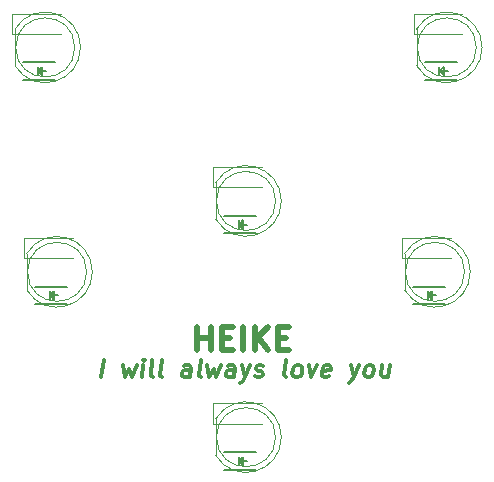
<source format=gto>
G04 #@! TF.FileFunction,Legend,Top*
%FSLAX46Y46*%
G04 Gerber Fmt 4.6, Leading zero omitted, Abs format (unit mm)*
G04 Created by KiCad (PCBNEW 4.0.7-e2-6376~58~ubuntu16.04.1) date Tue Mar 20 21:15:11 2018*
%MOMM*%
%LPD*%
G01*
G04 APERTURE LIST*
%ADD10C,0.100000*%
%ADD11C,0.500000*%
%ADD12C,0.300000*%
%ADD13C,0.150000*%
%ADD14C,0.120000*%
G04 APERTURE END LIST*
D10*
D11*
X126142857Y-121654762D02*
X126142857Y-119654762D01*
X126142857Y-120607143D02*
X127285715Y-120607143D01*
X127285715Y-121654762D02*
X127285715Y-119654762D01*
X128238095Y-120607143D02*
X128904762Y-120607143D01*
X129190476Y-121654762D02*
X128238095Y-121654762D01*
X128238095Y-119654762D01*
X129190476Y-119654762D01*
X130047619Y-121654762D02*
X130047619Y-119654762D01*
X131000000Y-121654762D02*
X131000000Y-119654762D01*
X132142858Y-121654762D02*
X131285715Y-120511905D01*
X132142858Y-119654762D02*
X131000000Y-120797619D01*
X133000000Y-120607143D02*
X133666667Y-120607143D01*
X133952381Y-121654762D02*
X133000000Y-121654762D01*
X133000000Y-119654762D01*
X133952381Y-119654762D01*
D12*
X118022322Y-123928571D02*
X118209822Y-122428571D01*
X119861608Y-122928571D02*
X120022322Y-123928571D01*
X120397321Y-123214286D01*
X120593751Y-123928571D01*
X121004465Y-122928571D01*
X121450894Y-123928571D02*
X121575894Y-122928571D01*
X121638394Y-122428571D02*
X121558036Y-122500000D01*
X121620536Y-122571429D01*
X121700893Y-122500000D01*
X121638394Y-122428571D01*
X121620536Y-122571429D01*
X122379466Y-123928571D02*
X122245536Y-123857143D01*
X122191965Y-123714286D01*
X122352680Y-122428571D01*
X123165180Y-123928571D02*
X123031250Y-123857143D01*
X122977679Y-123714286D01*
X123138394Y-122428571D01*
X125522322Y-123928571D02*
X125620536Y-123142857D01*
X125566964Y-123000000D01*
X125433036Y-122928571D01*
X125147322Y-122928571D01*
X124995536Y-123000000D01*
X125531250Y-123857143D02*
X125379465Y-123928571D01*
X125022322Y-123928571D01*
X124888393Y-123857143D01*
X124834821Y-123714286D01*
X124852678Y-123571429D01*
X124941965Y-123428571D01*
X125093750Y-123357143D01*
X125450893Y-123357143D01*
X125602679Y-123285714D01*
X126450894Y-123928571D02*
X126316964Y-123857143D01*
X126263393Y-123714286D01*
X126424108Y-122428571D01*
X127004465Y-122928571D02*
X127165179Y-123928571D01*
X127540178Y-123214286D01*
X127736608Y-123928571D01*
X128147322Y-122928571D01*
X129236608Y-123928571D02*
X129334822Y-123142857D01*
X129281250Y-123000000D01*
X129147322Y-122928571D01*
X128861608Y-122928571D01*
X128709822Y-123000000D01*
X129245536Y-123857143D02*
X129093751Y-123928571D01*
X128736608Y-123928571D01*
X128602679Y-123857143D01*
X128549107Y-123714286D01*
X128566964Y-123571429D01*
X128656251Y-123428571D01*
X128808036Y-123357143D01*
X129165179Y-123357143D01*
X129316965Y-123285714D01*
X129933037Y-122928571D02*
X130165180Y-123928571D01*
X130647322Y-122928571D02*
X130165180Y-123928571D01*
X129977679Y-124285714D01*
X129897322Y-124357143D01*
X129745537Y-124428571D01*
X131031250Y-123857143D02*
X131165179Y-123928571D01*
X131450894Y-123928571D01*
X131602679Y-123857143D01*
X131691964Y-123714286D01*
X131700893Y-123642857D01*
X131647322Y-123500000D01*
X131513394Y-123428571D01*
X131299108Y-123428571D01*
X131165179Y-123357143D01*
X131111607Y-123214286D01*
X131120536Y-123142857D01*
X131209822Y-123000000D01*
X131361608Y-122928571D01*
X131575894Y-122928571D01*
X131709822Y-123000000D01*
X133665180Y-123928571D02*
X133531250Y-123857143D01*
X133477679Y-123714286D01*
X133638394Y-122428571D01*
X134450894Y-123928571D02*
X134316964Y-123857143D01*
X134254465Y-123785714D01*
X134200893Y-123642857D01*
X134254464Y-123214286D01*
X134343750Y-123071429D01*
X134424107Y-123000000D01*
X134575894Y-122928571D01*
X134790179Y-122928571D01*
X134924107Y-123000000D01*
X134986607Y-123071429D01*
X135040179Y-123214286D01*
X134986608Y-123642857D01*
X134897322Y-123785714D01*
X134816964Y-123857143D01*
X134665179Y-123928571D01*
X134450894Y-123928571D01*
X135575894Y-122928571D02*
X135808037Y-123928571D01*
X136290179Y-122928571D01*
X137316964Y-123857143D02*
X137165179Y-123928571D01*
X136879465Y-123928571D01*
X136745536Y-123857143D01*
X136691964Y-123714286D01*
X136763393Y-123142857D01*
X136852679Y-123000000D01*
X137004465Y-122928571D01*
X137290179Y-122928571D01*
X137424107Y-123000000D01*
X137477679Y-123142857D01*
X137459822Y-123285714D01*
X136727679Y-123428571D01*
X139147322Y-122928571D02*
X139379465Y-123928571D01*
X139861607Y-122928571D02*
X139379465Y-123928571D01*
X139191964Y-124285714D01*
X139111607Y-124357143D01*
X138959822Y-124428571D01*
X140522322Y-123928571D02*
X140388392Y-123857143D01*
X140325893Y-123785714D01*
X140272321Y-123642857D01*
X140325892Y-123214286D01*
X140415178Y-123071429D01*
X140495535Y-123000000D01*
X140647322Y-122928571D01*
X140861607Y-122928571D01*
X140995535Y-123000000D01*
X141058035Y-123071429D01*
X141111607Y-123214286D01*
X141058036Y-123642857D01*
X140968750Y-123785714D01*
X140888392Y-123857143D01*
X140736607Y-123928571D01*
X140522322Y-123928571D01*
X142433036Y-122928571D02*
X142308036Y-123928571D01*
X141790179Y-122928571D02*
X141691964Y-123714286D01*
X141745535Y-123857143D01*
X141879465Y-123928571D01*
X142093750Y-123928571D01*
X142245535Y-123857143D01*
X142325893Y-123785714D01*
D13*
X128400000Y-131750000D02*
X131100000Y-131750000D01*
X128400000Y-130250000D02*
X131100000Y-130250000D01*
X129900000Y-131150000D02*
X129900000Y-130900000D01*
X129900000Y-130900000D02*
X129750000Y-131050000D01*
X129650000Y-130650000D02*
X129650000Y-131350000D01*
X130000000Y-131000000D02*
X130350000Y-131000000D01*
X129650000Y-131000000D02*
X130000000Y-130650000D01*
X130000000Y-130650000D02*
X130000000Y-131350000D01*
X130000000Y-131350000D02*
X129650000Y-131000000D01*
X128400000Y-111750000D02*
X131100000Y-111750000D01*
X128400000Y-110250000D02*
X131100000Y-110250000D01*
X129900000Y-111150000D02*
X129900000Y-110900000D01*
X129900000Y-110900000D02*
X129750000Y-111050000D01*
X129650000Y-110650000D02*
X129650000Y-111350000D01*
X130000000Y-111000000D02*
X130350000Y-111000000D01*
X129650000Y-111000000D02*
X130000000Y-110650000D01*
X130000000Y-110650000D02*
X130000000Y-111350000D01*
X130000000Y-111350000D02*
X129650000Y-111000000D01*
X112400000Y-117750000D02*
X115100000Y-117750000D01*
X112400000Y-116250000D02*
X115100000Y-116250000D01*
X113900000Y-117150000D02*
X113900000Y-116900000D01*
X113900000Y-116900000D02*
X113750000Y-117050000D01*
X113650000Y-116650000D02*
X113650000Y-117350000D01*
X114000000Y-117000000D02*
X114350000Y-117000000D01*
X113650000Y-117000000D02*
X114000000Y-116650000D01*
X114000000Y-116650000D02*
X114000000Y-117350000D01*
X114000000Y-117350000D02*
X113650000Y-117000000D01*
X144400000Y-117750000D02*
X147100000Y-117750000D01*
X144400000Y-116250000D02*
X147100000Y-116250000D01*
X145900000Y-117150000D02*
X145900000Y-116900000D01*
X145900000Y-116900000D02*
X145750000Y-117050000D01*
X145650000Y-116650000D02*
X145650000Y-117350000D01*
X146000000Y-117000000D02*
X146350000Y-117000000D01*
X145650000Y-117000000D02*
X146000000Y-116650000D01*
X146000000Y-116650000D02*
X146000000Y-117350000D01*
X146000000Y-117350000D02*
X145650000Y-117000000D01*
X111400000Y-98750000D02*
X114100000Y-98750000D01*
X111400000Y-97250000D02*
X114100000Y-97250000D01*
X112900000Y-98150000D02*
X112900000Y-97900000D01*
X112900000Y-97900000D02*
X112750000Y-98050000D01*
X112650000Y-97650000D02*
X112650000Y-98350000D01*
X113000000Y-98000000D02*
X113350000Y-98000000D01*
X112650000Y-98000000D02*
X113000000Y-97650000D01*
X113000000Y-97650000D02*
X113000000Y-98350000D01*
X113000000Y-98350000D02*
X112650000Y-98000000D01*
X145400000Y-98750000D02*
X148100000Y-98750000D01*
X145400000Y-97250000D02*
X148100000Y-97250000D01*
X146900000Y-98150000D02*
X146900000Y-97900000D01*
X146900000Y-97900000D02*
X146750000Y-98050000D01*
X146650000Y-97650000D02*
X146650000Y-98350000D01*
X147000000Y-98000000D02*
X147350000Y-98000000D01*
X146650000Y-98000000D02*
X147000000Y-97650000D01*
X147000000Y-97650000D02*
X147000000Y-98350000D01*
X147000000Y-98350000D02*
X146650000Y-98000000D01*
D14*
X133260000Y-129000462D02*
G75*
G03X127710000Y-127455170I-2990000J462D01*
G01*
X133260000Y-128999538D02*
G75*
G02X127710000Y-130544830I-2990000J-462D01*
G01*
X132770000Y-129000000D02*
G75*
G03X132770000Y-129000000I-2500000J0D01*
G01*
X127710000Y-127455000D02*
X127710000Y-130545000D01*
X133260000Y-109000462D02*
G75*
G03X127710000Y-107455170I-2990000J462D01*
G01*
X133260000Y-108999538D02*
G75*
G02X127710000Y-110544830I-2990000J-462D01*
G01*
X132770000Y-109000000D02*
G75*
G03X132770000Y-109000000I-2500000J0D01*
G01*
X127710000Y-107455000D02*
X127710000Y-110545000D01*
X117260000Y-115000462D02*
G75*
G03X111710000Y-113455170I-2990000J462D01*
G01*
X117260000Y-114999538D02*
G75*
G02X111710000Y-116544830I-2990000J-462D01*
G01*
X116770000Y-115000000D02*
G75*
G03X116770000Y-115000000I-2500000J0D01*
G01*
X111710000Y-113455000D02*
X111710000Y-116545000D01*
X149260000Y-115000462D02*
G75*
G03X143710000Y-113455170I-2990000J462D01*
G01*
X149260000Y-114999538D02*
G75*
G02X143710000Y-116544830I-2990000J-462D01*
G01*
X148770000Y-115000000D02*
G75*
G03X148770000Y-115000000I-2500000J0D01*
G01*
X143710000Y-113455000D02*
X143710000Y-116545000D01*
X116260000Y-96000462D02*
G75*
G03X110710000Y-94455170I-2990000J462D01*
G01*
X116260000Y-95999538D02*
G75*
G02X110710000Y-97544830I-2990000J-462D01*
G01*
X115770000Y-96000000D02*
G75*
G03X115770000Y-96000000I-2500000J0D01*
G01*
X110710000Y-94455000D02*
X110710000Y-97545000D01*
X150260000Y-96000462D02*
G75*
G03X144710000Y-94455170I-2990000J462D01*
G01*
X150260000Y-95999538D02*
G75*
G02X144710000Y-97544830I-2990000J-462D01*
G01*
X149770000Y-96000000D02*
G75*
G03X149770000Y-96000000I-2500000J0D01*
G01*
X144710000Y-94455000D02*
X144710000Y-97545000D01*
X127500000Y-126150000D02*
X127500000Y-127850000D01*
X127550000Y-127850000D02*
X131600000Y-127850000D01*
X127550000Y-126150000D02*
X131600000Y-126150000D01*
X127500000Y-106150000D02*
X127500000Y-107850000D01*
X127550000Y-107850000D02*
X131600000Y-107850000D01*
X127550000Y-106150000D02*
X131600000Y-106150000D01*
X111500000Y-112150000D02*
X111500000Y-113850000D01*
X111550000Y-113850000D02*
X115600000Y-113850000D01*
X111550000Y-112150000D02*
X115600000Y-112150000D01*
X143500000Y-112150000D02*
X143500000Y-113850000D01*
X143550000Y-113850000D02*
X147600000Y-113850000D01*
X143550000Y-112150000D02*
X147600000Y-112150000D01*
X110500000Y-93150000D02*
X110500000Y-94850000D01*
X110550000Y-94850000D02*
X114600000Y-94850000D01*
X110550000Y-93150000D02*
X114600000Y-93150000D01*
X144500000Y-93150000D02*
X144500000Y-94850000D01*
X144550000Y-94850000D02*
X148600000Y-94850000D01*
X144550000Y-93150000D02*
X148600000Y-93150000D01*
M02*

</source>
